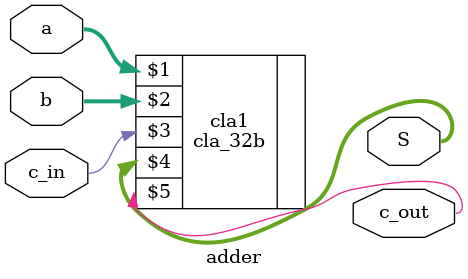
<source format=v>
module adder(input [31:0] a, b, input c_in, output [31:0] S, output c_out);
	cla_32b cla1(a,b,c_in,S,c_out);
endmodule
</source>
